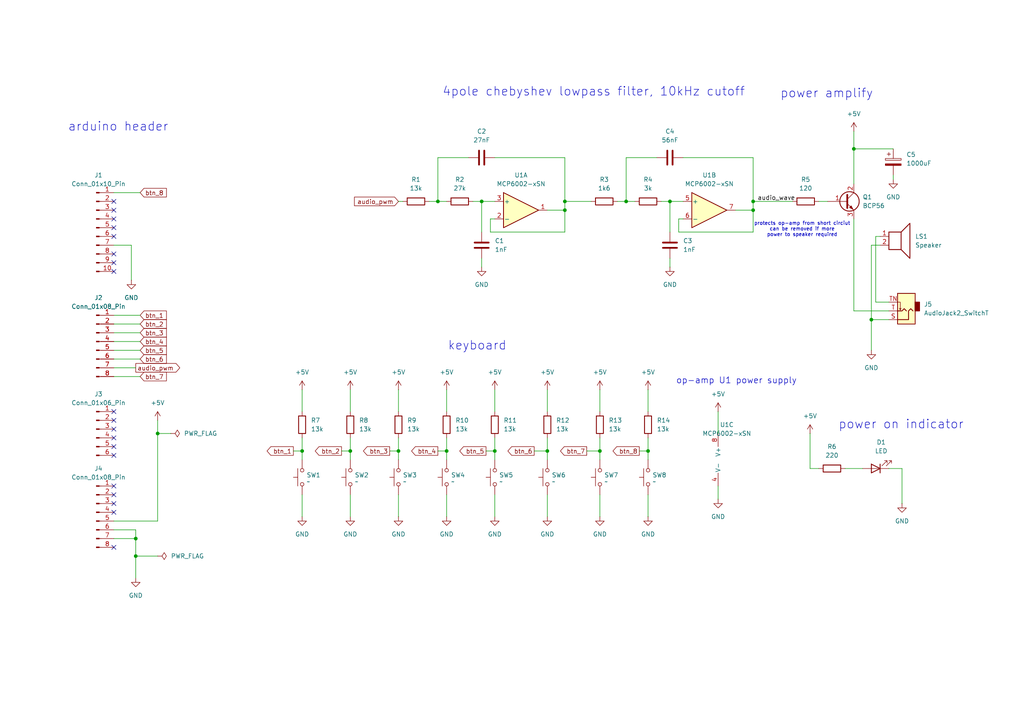
<source format=kicad_sch>
(kicad_sch (version 20231120) (generator "eeschema") (generator_version "8.0")
  (paper "A4")
  (lib_symbols
    (symbol "Amplifier_Operational:MCP6002-xSN" (pin_names (offset 0.127))
      (property "Reference" "U" (at 0 5.08 0))
      (property "Value" "MCP6002-xSN" (at 0 -5.08 0))
      (symbol "MCP6002-xSN_1_1"
        (polyline (pts (xy -5.08 5.08) (xy 5.08 0) (xy -5.08 -5.08) (xy -5.08 5.08)) (stroke (width 0.254)) (fill (type background)))
        (pin output line (at 7.62 0 180) (length 2.54) (name "~") (number "1"))
        (pin input line (at -7.62 -2.54 0) (length 2.54) (name "-") (number "2"))
        (pin input line (at -7.62 2.54 0) (length 2.54) (name "+") (number "3"))
      )
      (symbol "MCP6002-xSN_2_1"
        (polyline (pts (xy -5.08 5.08) (xy 5.08 0) (xy -5.08 -5.08) (xy -5.08 5.08)) (stroke (width 0.254)) (fill (type background)))
        (pin input line (at -7.62 2.54 0) (length 2.54) (name "+") (number "5"))
        (pin input line (at -7.62 -2.54 0) (length 2.54) (name "-") (number "6"))
        (pin output line (at 7.62 0 180) (length 2.54) (name "~") (number "7"))
      )
      (symbol "MCP6002-xSN_3_1"
        (pin power_in line (at -2.54 -7.62 90) (length 3.81) (name "V-") (number "4"))
        (pin power_in line (at -2.54 7.62 270) (length 3.81) (name "V+") (number "8"))
      )
    )
    (symbol "Connector:Conn_01x06_Pin" (pin_names (offset 1.016) hide)
      (property "Reference" "J" (at 0 7.62 0))
      (property "Value" "Conn_01x06_Pin" (at 0 -10.16 0))
      (symbol "Conn_01x06_Pin_1_1"
        (polyline (pts (xy 1.27 -7.62) (xy 0.8636 -7.62)) (stroke (width 0.1524)))
        (polyline (pts (xy 1.27 -5.08) (xy 0.8636 -5.08)) (stroke (width 0.1524)))
        (polyline (pts (xy 1.27 -2.54) (xy 0.8636 -2.54)) (stroke (width 0.1524)))
        (polyline (pts (xy 1.27 0) (xy 0.8636 0)) (stroke (width 0.1524)))
        (polyline (pts (xy 1.27 2.54) (xy 0.8636 2.54)) (stroke (width 0.1524)))
        (polyline (pts (xy 1.27 5.08) (xy 0.8636 5.08)) (stroke (width 0.1524)))
        (rectangle (start 0.8636 -7.493) (end 0 -7.747) (stroke (width 0.1524)) (fill (type outline)))
        (rectangle (start 0.8636 -4.953) (end 0 -5.207) (stroke (width 0.1524)) (fill (type outline)))
        (rectangle (start 0.8636 -2.413) (end 0 -2.667) (stroke (width 0.1524)) (fill (type outline)))
        (rectangle (start 0.8636 0.127) (end 0 -0.127) (stroke (width 0.1524)) (fill (type outline)))
        (rectangle (start 0.8636 2.667) (end 0 2.413) (stroke (width 0.1524)) (fill (type outline)))
        (rectangle (start 0.8636 5.207) (end 0 4.953) (stroke (width 0.1524)) (fill (type outline)))
        (pin passive line (at 5.08 5.08 180) (length 3.81) (name "Pin_1") (number "1"))
        (pin passive line (at 5.08 2.54 180) (length 3.81) (name "Pin_2") (number "2"))
        (pin passive line (at 5.08 0 180) (length 3.81) (name "Pin_3") (number "3"))
        (pin passive line (at 5.08 -2.54 180) (length 3.81) (name "Pin_4") (number "4"))
        (pin passive line (at 5.08 -5.08 180) (length 3.81) (name "Pin_5") (number "5"))
        (pin passive line (at 5.08 -7.62 180) (length 3.81) (name "Pin_6") (number "6"))
      )
    )
    (symbol "Connector:Conn_01x08_Pin" (pin_names (offset 1.016) hide)
      (property "Reference" "J" (at 0 10.16 0))
      (property "Value" "Conn_01x08_Pin" (at 0 -12.7 0))
      (symbol "Conn_01x08_Pin_1_1"
        (polyline (pts (xy 1.27 -10.16) (xy 0.8636 -10.16)) (stroke (width 0.1524)))
        (polyline (pts (xy 1.27 -7.62) (xy 0.8636 -7.62)) (stroke (width 0.1524)))
        (polyline (pts (xy 1.27 -5.08) (xy 0.8636 -5.08)) (stroke (width 0.1524)))
        (polyline (pts (xy 1.27 -2.54) (xy 0.8636 -2.54)) (stroke (width 0.1524)))
        (polyline (pts (xy 1.27 0) (xy 0.8636 0)) (stroke (width 0.1524)))
        (polyline (pts (xy 1.27 2.54) (xy 0.8636 2.54)) (stroke (width 0.1524)))
        (polyline (pts (xy 1.27 5.08) (xy 0.8636 5.08)) (stroke (width 0.1524)))
        (polyline (pts (xy 1.27 7.62) (xy 0.8636 7.62)) (stroke (width 0.1524)))
        (rectangle (start 0.8636 -10.033) (end 0 -10.287) (stroke (width 0.1524)) (fill (type outline)))
        (rectangle (start 0.8636 -7.493) (end 0 -7.747) (stroke (width 0.1524)) (fill (type outline)))
        (rectangle (start 0.8636 -4.953) (end 0 -5.207) (stroke (width 0.1524)) (fill (type outline)))
        (rectangle (start 0.8636 -2.413) (end 0 -2.667) (stroke (width 0.1524)) (fill (type outline)))
        (rectangle (start 0.8636 0.127) (end 0 -0.127) (stroke (width 0.1524)) (fill (type outline)))
        (rectangle (start 0.8636 2.667) (end 0 2.413) (stroke (width 0.1524)) (fill (type outline)))
        (rectangle (start 0.8636 5.207) (end 0 4.953) (stroke (width 0.1524)) (fill (type outline)))
        (rectangle (start 0.8636 7.747) (end 0 7.493) (stroke (width 0.1524)) (fill (type outline)))
        (pin passive line (at 5.08 7.62 180) (length 3.81) (name "Pin_1") (number "1"))
        (pin passive line (at 5.08 5.08 180) (length 3.81) (name "Pin_2") (number "2"))
        (pin passive line (at 5.08 2.54 180) (length 3.81) (name "Pin_3") (number "3"))
        (pin passive line (at 5.08 0 180) (length 3.81) (name "Pin_4") (number "4"))
        (pin passive line (at 5.08 -2.54 180) (length 3.81) (name "Pin_5") (number "5"))
        (pin passive line (at 5.08 -5.08 180) (length 3.81) (name "Pin_6") (number "6"))
        (pin passive line (at 5.08 -7.62 180) (length 3.81) (name "Pin_7") (number "7"))
        (pin passive line (at 5.08 -10.16 180) (length 3.81) (name "Pin_8") (number "8"))
      )
    )
    (symbol "Connector:Conn_01x10_Pin" (pin_names (offset 1.016) hide)
      (property "Reference" "J" (at 0 12.7 0))
      (property "Value" "Conn_01x10_Pin" (at 0 -15.24 0))
      (symbol "Conn_01x10_Pin_1_1"
        (polyline (pts (xy 1.27 -12.7) (xy 0.8636 -12.7)) (stroke (width 0.1524)))
        (polyline (pts (xy 1.27 -10.16) (xy 0.8636 -10.16)) (stroke (width 0.1524)))
        (polyline (pts (xy 1.27 -7.62) (xy 0.8636 -7.62)) (stroke (width 0.1524)))
        (polyline (pts (xy 1.27 -5.08) (xy 0.8636 -5.08)) (stroke (width 0.1524)))
        (polyline (pts (xy 1.27 -2.54) (xy 0.8636 -2.54)) (stroke (width 0.1524)))
        (polyline (pts (xy 1.27 0) (xy 0.8636 0)) (stroke (width 0.1524)))
        (polyline (pts (xy 1.27 2.54) (xy 0.8636 2.54)) (stroke (width 0.1524)))
        (polyline (pts (xy 1.27 5.08) (xy 0.8636 5.08)) (stroke (width 0.1524)))
        (polyline (pts (xy 1.27 7.62) (xy 0.8636 7.62)) (stroke (width 0.1524)))
        (polyline (pts (xy 1.27 10.16) (xy 0.8636 10.16)) (stroke (width 0.1524)))
        (rectangle (start 0.8636 -12.573) (end 0 -12.827) (stroke (width 0.1524)) (fill (type outline)))
        (rectangle (start 0.8636 -10.033) (end 0 -10.287) (stroke (width 0.1524)) (fill (type outline)))
        (rectangle (start 0.8636 -7.493) (end 0 -7.747) (stroke (width 0.1524)) (fill (type outline)))
        (rectangle (start 0.8636 -4.953) (end 0 -5.207) (stroke (width 0.1524)) (fill (type outline)))
        (rectangle (start 0.8636 -2.413) (end 0 -2.667) (stroke (width 0.1524)) (fill (type outline)))
        (rectangle (start 0.8636 0.127) (end 0 -0.127) (stroke (width 0.1524)) (fill (type outline)))
        (rectangle (start 0.8636 2.667) (end 0 2.413) (stroke (width 0.1524)) (fill (type outline)))
        (rectangle (start 0.8636 5.207) (end 0 4.953) (stroke (width 0.1524)) (fill (type outline)))
        (rectangle (start 0.8636 7.747) (end 0 7.493) (stroke (width 0.1524)) (fill (type outline)))
        (rectangle (start 0.8636 10.287) (end 0 10.033) (stroke (width 0.1524)) (fill (type outline)))
        (pin passive line (at 5.08 10.16 180) (length 3.81) (name "Pin_1") (number "1"))
        (pin passive line (at 5.08 -12.7 180) (length 3.81) (name "Pin_10") (number "10"))
        (pin passive line (at 5.08 7.62 180) (length 3.81) (name "Pin_2") (number "2"))
        (pin passive line (at 5.08 5.08 180) (length 3.81) (name "Pin_3") (number "3"))
        (pin passive line (at 5.08 2.54 180) (length 3.81) (name "Pin_4") (number "4"))
        (pin passive line (at 5.08 0 180) (length 3.81) (name "Pin_5") (number "5"))
        (pin passive line (at 5.08 -2.54 180) (length 3.81) (name "Pin_6") (number "6"))
        (pin passive line (at 5.08 -5.08 180) (length 3.81) (name "Pin_7") (number "7"))
        (pin passive line (at 5.08 -7.62 180) (length 3.81) (name "Pin_8") (number "8"))
        (pin passive line (at 5.08 -10.16 180) (length 3.81) (name "Pin_9") (number "9"))
      )
    )
    (symbol "Connector_Audio:AudioJack2_SwitchT"
      (property "Reference" "J" (at 0 8.89 0))
      (property "Value" "AudioJack2_SwitchT" (at 0 6.35 0))
      (symbol "AudioJack2_SwitchT_0_1"
        (rectangle (start -2.54 0) (end -3.81 -2.54) (stroke (width 0.254)) (fill (type outline)))
        (polyline (pts (xy 1.778 -0.254) (xy 2.032 -0.762)))
        (polyline (pts (xy 0 0) (xy 0.635 -0.635) (xy 1.27 0) (xy 2.54 0)) (stroke (width 0.254)))
        (polyline (pts (xy 2.54 -2.54) (xy 1.778 -2.54) (xy 1.778 -0.254) (xy 1.524 -0.762)))
        (polyline (pts (xy 2.54 2.54) (xy -0.635 2.54) (xy -0.635 0) (xy -1.27 -0.635) (xy -1.905 0)) (stroke (width 0.254)))
        (rectangle (start 2.54 3.81) (end -2.54 -5.08) (stroke (width 0.254)) (fill (type background)))
      )
      (symbol "AudioJack2_SwitchT_1_1"
        (pin passive line (at 5.08 2.54 180) (length 2.54) (name "~") (number "S"))
        (pin passive line (at 5.08 0 180) (length 2.54) (name "~") (number "T"))
        (pin passive line (at 5.08 -2.54 180) (length 2.54) (name "~") (number "TN"))
      )
    )
    (symbol "Device:C" (pin_numbers hide) (pin_names (offset 0.254))
      (property "Reference" "C" (at 0.635 2.54 0))
      (property "Value" "C" (at 0.635 -2.54 0))
      (symbol "C_0_1"
        (polyline (pts (xy -2.032 -0.762) (xy 2.032 -0.762)) (stroke (width 0.508)))
        (polyline (pts (xy -2.032 0.762) (xy 2.032 0.762)) (stroke (width 0.508)))
      )
      (symbol "C_1_1"
        (pin passive line (at 0 3.81 270) (length 2.794) (name "~") (number "1"))
        (pin passive line (at 0 -3.81 90) (length 2.794) (name "~") (number "2"))
      )
    )
    (symbol "Device:C_Polarized" (pin_numbers hide) (pin_names (offset 0.254))
      (property "Reference" "C" (at 0.635 2.54 0))
      (property "Value" "C_Polarized" (at 0.635 -2.54 0))
      (symbol "C_Polarized_0_1"
        (rectangle (start -2.286 0.508) (end 2.286 1.016))
        (polyline (pts (xy -1.778 2.286) (xy -0.762 2.286)))
        (polyline (pts (xy -1.27 2.794) (xy -1.27 1.778)))
        (rectangle (start 2.286 -0.508) (end -2.286 -1.016) (fill (type outline)))
      )
      (symbol "C_Polarized_1_1"
        (pin passive line (at 0 3.81 270) (length 2.794) (name "~") (number "1"))
        (pin passive line (at 0 -3.81 90) (length 2.794) (name "~") (number "2"))
      )
    )
    (symbol "Device:LED" (pin_numbers hide) (pin_names (offset 1.016) hide)
      (property "Reference" "D" (at 0 2.54 0))
      (property "Value" "LED" (at 0 -2.54 0))
      (symbol "LED_0_1"
        (polyline (pts (xy -1.27 -1.27) (xy -1.27 1.27)) (stroke (width 0.254)))
        (polyline (pts (xy -1.27 0) (xy 1.27 0)))
        (polyline (pts (xy 1.27 -1.27) (xy 1.27 1.27) (xy -1.27 0) (xy 1.27 -1.27)) (stroke (width 0.254)))
        (polyline (pts (xy -3.048 -0.762) (xy -4.572 -2.286) (xy -3.81 -2.286) (xy -4.572 -2.286) (xy -4.572 -1.524)))
        (polyline (pts (xy -1.778 -0.762) (xy -3.302 -2.286) (xy -2.54 -2.286) (xy -3.302 -2.286) (xy -3.302 -1.524)))
      )
      (symbol "LED_1_1"
        (pin passive line (at -3.81 0 0) (length 2.54) (name "K") (number "1"))
        (pin passive line (at 3.81 0 180) (length 2.54) (name "A") (number "2"))
      )
    )
    (symbol "Device:R" (pin_numbers hide) (pin_names (offset 0))
      (property "Reference" "R" (at 2.032 0 90))
      (property "Value" "R" (at 0 0 90))
      (symbol "R_0_1"
        (rectangle (start -1.016 -2.54) (end 1.016 2.54) (stroke (width 0.254)))
      )
      (symbol "R_1_1"
        (pin passive line (at 0 3.81 270) (length 1.27) (name "~") (number "1"))
        (pin passive line (at 0 -3.81 90) (length 1.27) (name "~") (number "2"))
      )
    )
    (symbol "Device:Speaker" (pin_names (offset 0) hide)
      (property "Reference" "LS" (at 1.27 5.715 0))
      (property "Value" "Speaker" (at 1.27 3.81 0))
      (symbol "Speaker_0_0"
        (rectangle (start -2.54 1.27) (end 1.016 -3.81) (stroke (width 0.254)))
        (polyline (pts (xy 1.016 1.27) (xy 3.556 3.81) (xy 3.556 -6.35) (xy 1.016 -3.81)) (stroke (width 0.254)))
      )
      (symbol "Speaker_1_1"
        (pin input line (at -5.08 0 0) (length 2.54) (name "1") (number "1"))
        (pin input line (at -5.08 -2.54 0) (length 2.54) (name "2") (number "2"))
      )
    )
    (symbol "Transistor_BJT:BCP56" (pin_names (offset 0) hide)
      (property "Reference" "Q" (at 5.08 1.905 0))
      (property "Value" "BCP56" (at 5.08 0 0))
      (symbol "BCP56_0_1"
        (polyline (pts (xy 0.635 0.635) (xy 2.54 2.54)))
        (polyline (pts (xy 0.635 -0.635) (xy 2.54 -2.54) (xy 2.54 -2.54)))
        (polyline (pts (xy 0.635 1.905) (xy 0.635 -1.905) (xy 0.635 -1.905)) (stroke (width 0.508)))
        (polyline (pts (xy 1.27 -1.778) (xy 1.778 -1.27) (xy 2.286 -2.286) (xy 1.27 -1.778) (xy 1.27 -1.778)) (fill (type outline)))
        (circle (center 1.27 0) (radius 2.8194) (stroke (width 0.254)))
      )
      (symbol "BCP56_1_1"
        (pin input line (at -5.08 0 0) (length 5.715) (name "B") (number "1"))
        (pin passive line (at 2.54 5.08 270) (length 2.54) (name "C") (number "2"))
        (pin passive line (at 2.54 -5.08 90) (length 2.54) (name "E") (number "3"))
        (pin passive line (at 2.54 5.08 270) (length 2.54) hide (name "C") (number "4"))
      )
    )
    (symbol "kurspcb:switch" (pin_numbers hide) (pin_names hide) (exclude_from_sim yes) (in_bom no) (on_board no)
      (property "Reference" "SW" (at 2.286 0.508 0))
      (symbol "switch_0_1"
        (polyline (pts (xy 0 -2.54) (xy 5.08 -2.54)))
        (polyline (pts (xy 2.54 -2.54) (xy 2.54 -1.27)))
        (circle (center 0.508 -3.81) (radius 0.508))
        (circle (center 4.572 -3.81) (radius 0.508))
      )
      (symbol "switch_1_1"
        (pin passive line (at -2.54 -3.81 0) (length 2.54) (name "A") (number "1"))
        (pin passive line (at 7.62 -3.81 180) (length 2.54) (name "B") (number "2"))
      )
    )
    (symbol "power:+5V" (power) (pin_numbers hide) (pin_names (offset 0) hide)
      (property "Value" "+5V" (at 0 3.556 0))
      (symbol "+5V_0_1"
        (polyline (pts (xy -0.762 1.27) (xy 0 2.54)))
        (polyline (pts (xy 0 0) (xy 0 2.54)))
        (polyline (pts (xy 0 2.54) (xy 0.762 1.27)))
      )
      (symbol "+5V_1_1"
        (pin power_in line (at 0 0 90) (length 0) (name "~") (number "1"))
      )
    )
    (symbol "power:GND" (power) (pin_numbers hide) (pin_names (offset 0) hide)
      (property "Value" "GND" (at 0 -3.81 0))
      (symbol "GND_0_1"
        (polyline (pts (xy 0 0) (xy 0 -1.27) (xy 1.27 -1.27) (xy 0 -2.54) (xy -1.27 -1.27) (xy 0 -1.27)))
      )
      (symbol "GND_1_1"
        (pin power_in line (at 0 0 270) (length 0) (name "~") (number "1"))
      )
    )
    (symbol "power:PWR_FLAG" (power) (pin_numbers hide) (pin_names (offset 0) hide)
      (property "Value" "PWR_FLAG" (at 0 3.81 0))
      (symbol "PWR_FLAG_0_0"
        (pin power_out line (at 0 0 90) (length 0) (name "~") (number "1"))
      )
      (symbol "PWR_FLAG_0_1"
        (polyline (pts (xy 0 0) (xy 0 1.27) (xy -1.016 1.905) (xy 0 2.54) (xy 1.016 1.905) (xy 0 1.27)))
      )
    )
  )
  (junction (at 39.37 161.29))
  (junction (at 187.96 130.81))
  (junction (at 218.44 60.96))
  (junction (at 163.83 58.42))
  (junction (at 143.51 130.81))
  (junction (at 39.37 156.21))
  (junction (at 218.44 58.42))
  (junction (at 129.54 130.81))
  (junction (at 115.57 130.81))
  (junction (at 163.83 60.96))
  (junction (at 127 58.42))
  (junction (at 247.65 43.18))
  (junction (at 158.75 130.81))
  (junction (at 181.61 58.42))
  (junction (at 252.73 92.71))
  (junction (at 194.31 58.42))
  (junction (at 173.99 130.81))
  (junction (at 139.7 58.42))
  (junction (at 87.63 130.81))
  (junction (at 45.72 125.73))
  (junction (at 101.6 130.81))
  (no_connect (at 33.02 132.08))
  (no_connect (at 33.02 63.5))
  (no_connect (at 33.02 60.96))
  (no_connect (at 33.02 143.51))
  (no_connect (at 33.02 158.75))
  (no_connect (at 33.02 148.59))
  (no_connect (at 33.02 146.05))
  (no_connect (at 33.02 124.46))
  (no_connect (at 33.02 78.74))
  (no_connect (at 33.02 127))
  (no_connect (at 33.02 58.42))
  (no_connect (at 33.02 66.04))
  (no_connect (at 33.02 119.38))
  (no_connect (at 33.02 121.92))
  (no_connect (at 33.02 68.58))
  (no_connect (at 33.02 73.66))
  (no_connect (at 33.02 76.2))
  (no_connect (at 33.02 140.97))
  (no_connect (at 33.02 129.54))
  (wire (pts (xy 173.99 143.51) (xy 173.99 149.86)))
  (wire (pts (xy 247.65 63.5) (xy 247.65 90.17)))
  (wire (pts (xy 218.44 60.96) (xy 218.44 67.31)))
  (wire (pts (xy 87.63 127) (xy 87.63 130.81)))
  (wire (pts (xy 218.44 58.42) (xy 229.87 58.42)))
  (wire (pts (xy 39.37 156.21) (xy 39.37 161.29)))
  (wire (pts (xy 173.99 130.81) (xy 173.99 133.35)))
  (wire (pts (xy 218.44 60.96) (xy 213.36 60.96)))
  (wire (pts (xy 143.51 113.03) (xy 143.51 119.38)))
  (wire (pts (xy 181.61 58.42) (xy 184.15 58.42)))
  (wire (pts (xy 185.42 130.81) (xy 187.96 130.81)))
  (wire (pts (xy 33.02 91.44) (xy 40.64 91.44)))
  (wire (pts (xy 33.02 101.6) (xy 40.64 101.6)))
  (wire (pts (xy 218.44 45.72) (xy 218.44 58.42)))
  (wire (pts (xy 129.54 130.81) (xy 129.54 133.35)))
  (wire (pts (xy 187.96 127) (xy 187.96 130.81)))
  (wire (pts (xy 101.6 127) (xy 101.6 130.81)))
  (wire (pts (xy 115.57 143.51) (xy 115.57 149.86)))
  (wire (pts (xy 142.24 67.31) (xy 163.83 67.31)))
  (wire (pts (xy 33.02 96.52) (xy 40.64 96.52)))
  (wire (pts (xy 158.75 127) (xy 158.75 130.81)))
  (wire (pts (xy 247.65 38.1) (xy 247.65 43.18)))
  (wire (pts (xy 247.65 43.18) (xy 259.08 43.18)))
  (wire (pts (xy 196.85 67.31) (xy 218.44 67.31)))
  (wire (pts (xy 115.57 127) (xy 115.57 130.81)))
  (wire (pts (xy 208.28 119.38) (xy 208.28 125.73)))
  (wire (pts (xy 33.02 106.68) (xy 39.37 106.68)))
  (wire (pts (xy 158.75 130.81) (xy 158.75 133.35)))
  (wire (pts (xy 129.54 127) (xy 129.54 130.81)))
  (wire (pts (xy 257.81 87.63) (xy 254 87.63)))
  (wire (pts (xy 158.75 143.51) (xy 158.75 149.86)))
  (wire (pts (xy 245.11 135.89) (xy 250.19 135.89)))
  (wire (pts (xy 33.02 71.12) (xy 38.1 71.12)))
  (wire (pts (xy 163.83 45.72) (xy 163.83 58.42)))
  (wire (pts (xy 257.81 90.17) (xy 247.65 90.17)))
  (wire (pts (xy 173.99 127) (xy 173.99 130.81)))
  (wire (pts (xy 143.51 45.72) (xy 163.83 45.72)))
  (wire (pts (xy 139.7 58.42) (xy 143.51 58.42)))
  (wire (pts (xy 45.72 121.92) (xy 45.72 125.73)))
  (wire (pts (xy 252.73 92.71) (xy 252.73 101.6)))
  (wire (pts (xy 252.73 71.12) (xy 252.73 92.71)))
  (wire (pts (xy 143.51 143.51) (xy 143.51 149.86)))
  (wire (pts (xy 39.37 161.29) (xy 39.37 167.64)))
  (wire (pts (xy 45.72 125.73) (xy 49.53 125.73)))
  (wire (pts (xy 87.63 143.51) (xy 87.63 149.86)))
  (wire (pts (xy 198.12 45.72) (xy 218.44 45.72)))
  (wire (pts (xy 154.94 130.81) (xy 158.75 130.81)))
  (wire (pts (xy 87.63 113.03) (xy 87.63 119.38)))
  (wire (pts (xy 259.08 50.8) (xy 259.08 52.07)))
  (wire (pts (xy 194.31 58.42) (xy 198.12 58.42)))
  (wire (pts (xy 33.02 104.14) (xy 40.64 104.14)))
  (wire (pts (xy 33.02 151.13) (xy 45.72 151.13)))
  (wire (pts (xy 129.54 143.51) (xy 129.54 149.86)))
  (wire (pts (xy 170.18 130.81) (xy 173.99 130.81)))
  (wire (pts (xy 190.5 45.72) (xy 181.61 45.72)))
  (wire (pts (xy 163.83 58.42) (xy 171.45 58.42)))
  (wire (pts (xy 101.6 113.03) (xy 101.6 119.38)))
  (wire (pts (xy 140.97 130.81) (xy 143.51 130.81)))
  (wire (pts (xy 45.72 125.73) (xy 45.72 151.13)))
  (wire (pts (xy 87.63 130.81) (xy 87.63 133.35)))
  (wire (pts (xy 33.02 156.21) (xy 39.37 156.21)))
  (wire (pts (xy 240.03 58.42) (xy 237.49 58.42)))
  (wire (pts (xy 158.75 113.03) (xy 158.75 119.38)))
  (wire (pts (xy 115.57 113.03) (xy 115.57 119.38)))
  (wire (pts (xy 257.81 135.89) (xy 261.62 135.89)))
  (wire (pts (xy 115.57 130.81) (xy 115.57 133.35)))
  (wire (pts (xy 254 87.63) (xy 254 68.58)))
  (wire (pts (xy 254 68.58) (xy 255.27 68.58)))
  (wire (pts (xy 198.12 63.5) (xy 196.85 63.5)))
  (wire (pts (xy 115.57 58.42) (xy 116.84 58.42)))
  (wire (pts (xy 218.44 58.42) (xy 218.44 60.96)))
  (wire (pts (xy 194.31 58.42) (xy 194.31 67.31)))
  (wire (pts (xy 187.96 130.81) (xy 187.96 133.35)))
  (wire (pts (xy 163.83 58.42) (xy 163.83 60.96)))
  (wire (pts (xy 143.51 127) (xy 143.51 130.81)))
  (wire (pts (xy 127 130.81) (xy 129.54 130.81)))
  (wire (pts (xy 85.09 130.81) (xy 87.63 130.81)))
  (wire (pts (xy 196.85 63.5) (xy 196.85 67.31)))
  (wire (pts (xy 33.02 109.22) (xy 40.64 109.22)))
  (wire (pts (xy 179.07 58.42) (xy 181.61 58.42)))
  (wire (pts (xy 247.65 43.18) (xy 247.65 53.34)))
  (wire (pts (xy 143.51 130.81) (xy 143.51 133.35)))
  (wire (pts (xy 127 58.42) (xy 129.54 58.42)))
  (wire (pts (xy 33.02 153.67) (xy 39.37 153.67)))
  (wire (pts (xy 252.73 92.71) (xy 257.81 92.71)))
  (wire (pts (xy 135.89 45.72) (xy 127 45.72)))
  (wire (pts (xy 139.7 74.93) (xy 139.7 77.47)))
  (wire (pts (xy 142.24 63.5) (xy 142.24 67.31)))
  (wire (pts (xy 234.95 125.73) (xy 234.95 135.89)))
  (wire (pts (xy 191.77 58.42) (xy 194.31 58.42)))
  (wire (pts (xy 99.06 130.81) (xy 101.6 130.81)))
  (wire (pts (xy 173.99 113.03) (xy 173.99 119.38)))
  (wire (pts (xy 255.27 71.12) (xy 252.73 71.12)))
  (wire (pts (xy 181.61 45.72) (xy 181.61 58.42)))
  (wire (pts (xy 101.6 130.81) (xy 101.6 133.35)))
  (wire (pts (xy 139.7 58.42) (xy 139.7 67.31)))
  (wire (pts (xy 101.6 143.51) (xy 101.6 149.86)))
  (wire (pts (xy 208.28 140.97) (xy 208.28 144.78)))
  (wire (pts (xy 163.83 60.96) (xy 158.75 60.96)))
  (wire (pts (xy 194.31 74.93) (xy 194.31 77.47)))
  (wire (pts (xy 234.95 135.89) (xy 237.49 135.89)))
  (wire (pts (xy 163.83 60.96) (xy 163.83 67.31)))
  (wire (pts (xy 187.96 143.51) (xy 187.96 149.86)))
  (wire (pts (xy 143.51 63.5) (xy 142.24 63.5)))
  (wire (pts (xy 39.37 153.67) (xy 39.37 156.21)))
  (wire (pts (xy 261.62 135.89) (xy 261.62 146.05)))
  (wire (pts (xy 187.96 113.03) (xy 187.96 119.38)))
  (wire (pts (xy 137.16 58.42) (xy 139.7 58.42)))
  (wire (pts (xy 33.02 99.06) (xy 40.64 99.06)))
  (wire (pts (xy 39.37 161.29) (xy 45.72 161.29)))
  (wire (pts (xy 129.54 113.03) (xy 129.54 119.38)))
  (wire (pts (xy 127 45.72) (xy 127 58.42)))
  (wire (pts (xy 113.03 130.81) (xy 115.57 130.81)))
  (wire (pts (xy 33.02 93.98) (xy 40.64 93.98)))
  (wire (pts (xy 38.1 71.12) (xy 38.1 81.28)))
  (wire (pts (xy 124.46 58.42) (xy 127 58.42)))
  (wire (pts (xy 33.02 55.88) (xy 40.64 55.88)))
  (text "power on indicator" (at 261.366 123.19 0) (effects (font (size 2.54 2.54))))
  (text "4pole chebyshev lowpass filter, 10kHz cutoff" (at 172.212 26.67 0) (effects (font (size 2.54 2.54))))
  (text "keyboard" (at 138.43 100.33 0) (effects (font (size 2.54 2.54))))
  (text "protects op-amp from short circiut\ncan be removed if more\npower to speaker required" (at 232.664 66.548 0) (effects (font (size 1.016 1.016))))
  (text "power amplify" (at 239.776 27.178 0) (effects (font (size 2.54 2.54))))
  (text "arduino header" (at 34.29 36.83 0) (effects (font (size 2.54 2.54))))
  (text "op-amp U1 power supply" (at 213.614 110.49 0) (effects (font (size 1.778 1.778))))
  (label "audio_wave" (at 219.71 58.42 0))
  (global_label "btn_7" (shape input) (at 40.64 109.22 0) (property "Intersheetrefs" "${INTERSHEET_REFS}" (effects (hide yes))))
  (global_label "btn_8" (shape input) (at 40.64 55.88 0) (property "Intersheetrefs" "${INTERSHEET_REFS}" (effects (hide yes))))
  (global_label "btn_8" (shape output) (at 185.42 130.81 180) (property "Intersheetrefs" "${INTERSHEET_REFS}" (effects (hide yes))))
  (global_label "btn_2" (shape output) (at 99.06 130.81 180) (property "Intersheetrefs" "${INTERSHEET_REFS}" (effects (hide yes))))
  (global_label "audio_pwm" (shape output) (at 39.37 106.68 0) (property "Intersheetrefs" "${INTERSHEET_REFS}" (effects (hide yes))))
  (global_label "btn_7" (shape output) (at 170.18 130.81 180) (property "Intersheetrefs" "${INTERSHEET_REFS}" (effects (hide yes))))
  (global_label "audio_pwm" (shape input) (at 115.57 58.42 180) (property "Intersheetrefs" "${INTERSHEET_REFS}" (effects (hide yes))))
  (global_label "btn_5" (shape output) (at 140.97 130.81 180) (property "Intersheetrefs" "${INTERSHEET_REFS}" (effects (hide yes))))
  (global_label "btn_3" (shape output) (at 113.03 130.81 180) (property "Intersheetrefs" "${INTERSHEET_REFS}" (effects (hide yes))))
  (global_label "btn_4" (shape output) (at 127 130.81 180) (property "Intersheetrefs" "${INTERSHEET_REFS}" (effects (hide yes))))
  (global_label "btn_6" (shape input) (at 40.64 104.14 0) (property "Intersheetrefs" "${INTERSHEET_REFS}" (effects (hide yes))))
  (global_label "btn_1" (shape output) (at 85.09 130.81 180) (property "Intersheetrefs" "${INTERSHEET_REFS}" (effects (hide yes))))
  (global_label "btn_6" (shape output) (at 154.94 130.81 180) (property "Intersheetrefs" "${INTERSHEET_REFS}" (effects (hide yes))))
  (global_label "btn_1" (shape input) (at 40.64 91.44 0) (property "Intersheetrefs" "${INTERSHEET_REFS}" (effects (hide yes))))
  (global_label "btn_4" (shape input) (at 40.64 99.06 0) (property "Intersheetrefs" "${INTERSHEET_REFS}" (effects (hide yes))))
  (global_label "btn_3" (shape input) (at 40.64 96.52 0) (property "Intersheetrefs" "${INTERSHEET_REFS}" (effects (hide yes))))
  (global_label "btn_5" (shape input) (at 40.64 101.6 0) (property "Intersheetrefs" "${INTERSHEET_REFS}" (effects (hide yes))))
  (global_label "btn_2" (shape input) (at 40.64 93.98 0) (property "Intersheetrefs" "${INTERSHEET_REFS}" (effects (hide yes))))
  (symbol (lib_id "power:+5V") (at 234.95 125.73 0) (unit 1)
    (property "Reference" "#PWR04" (effects (hide yes)))
    (property "Value" "+5V" (at 234.95 120.65 0))
    (property "Description" "Power symbol creates a global label with name \"+5V\"" (effects (hide yes)))
  )
  (symbol (lib_id "Connector_Audio:AudioJack2_SwitchT") (at 262.89 90.17 180) (unit 1)
    (property "Reference" "J5" (at 267.97 88.2649 0) (effects (justify right)))
    (property "Value" "AudioJack2_SwitchT" (at 267.97 90.8049 0) (effects (justify right)))
    (property "Description" "Audio Jack, 2 Poles (Mono / TS), Switched T Pole (Normalling)" (effects (hide yes)))
  )
  (symbol (lib_id "kurspcb:switch") (at 184.15 140.97 90) (unit 1) (exclude_from_sim yes) (in_bom no) (on_board no)
    (property "Reference" "SW8" (at 189.23 137.7949 90) (effects (justify right)))
    (property "Value" "~" (at 189.23 139.7 90) (effects (justify right)))
  )
  (symbol (lib_id "Device:R") (at 187.96 123.19 0) (unit 1)
    (property "Reference" "R14" (at 190.5 121.9199 0) (effects (justify left)))
    (property "Value" "13k" (at 190.5 124.4599 0) (effects (justify left)))
    (property "Description" "Resistor" (effects (hide yes)))
  )
  (symbol (lib_id "Device:C_Polarized") (at 259.08 46.99 0) (unit 1)
    (property "Reference" "C5" (at 262.89 44.8309 0) (effects (justify left)))
    (property "Value" "1000uF" (at 262.89 47.3709 0) (effects (justify left)))
    (property "Description" "Polarized capacitor" (effects (hide yes)))
  )
  (symbol (lib_id "power:GND") (at 143.51 149.86 0) (unit 1)
    (property "Reference" "#gnd06" (effects (hide yes)))
    (property "Value" "GND" (at 143.51 154.94 0))
    (property "Description" "Power symbol creates a global label with name \"GND\" , ground" (effects (hide yes)))
  )
  (symbol (lib_id "power:GND") (at 115.57 149.86 0) (unit 1)
    (property "Reference" "#gnd04" (effects (hide yes)))
    (property "Value" "GND" (at 115.57 154.94 0))
    (property "Description" "Power symbol creates a global label with name \"GND\" , ground" (effects (hide yes)))
  )
  (symbol (lib_id "Device:R") (at 101.6 123.19 0) (unit 1)
    (property "Reference" "R8" (at 104.14 121.9199 0) (effects (justify left)))
    (property "Value" "13k" (at 104.14 124.4599 0) (effects (justify left)))
    (property "Description" "Resistor" (effects (hide yes)))
  )
  (symbol (lib_id "power:+5V") (at 45.72 121.92 0) (unit 1)
    (property "Reference" "#PWR0102" (effects (hide yes)))
    (property "Value" "+5V" (at 45.72 116.84 0))
    (property "Description" "Power symbol creates a global label with name \"+5V\"" (effects (hide yes)))
  )
  (symbol (lib_id "power:GND") (at 252.73 101.6 0) (unit 1)
    (property "Reference" "#gnd0105" (effects (hide yes)))
    (property "Value" "GND" (at 252.73 106.68 0))
    (property "Description" "Power symbol creates a global label with name \"GND\" , ground" (effects (hide yes)))
  )
  (symbol (lib_id "power:GND") (at 187.96 149.86 0) (unit 1)
    (property "Reference" "#gnd09" (effects (hide yes)))
    (property "Value" "GND" (at 187.96 154.94 0))
    (property "Description" "Power symbol creates a global label with name \"GND\" , ground" (effects (hide yes)))
  )
  (symbol (lib_id "power:GND") (at 261.62 146.05 0) (unit 1)
    (property "Reference" "#PWR0101" (effects (hide yes)))
    (property "Value" "GND" (at 261.62 151.13 0))
    (property "Description" "Power symbol creates a global label with name \"GND\" , ground" (effects (hide yes)))
  )
  (symbol (lib_id "Device:R") (at 233.68 58.42 270) (unit 1)
    (property "Reference" "R5" (at 233.68 52.07 90))
    (property "Value" "120" (at 233.68 54.61 90))
    (property "Description" "Resistor" (effects (hide yes)))
  )
  (symbol (lib_id "power:+5V") (at 247.65 38.1 0) (unit 1)
    (property "Reference" "#PWR03" (effects (hide yes)))
    (property "Value" "+5V" (at 247.65 33.02 0))
    (property "Description" "Power symbol creates a global label with name \"+5V\"" (effects (hide yes)))
  )
  (symbol (lib_id "Connector:Conn_01x08_Pin") (at 27.94 148.59 0) (unit 1)
    (property "Reference" "J4" (at 28.575 135.89 0))
    (property "Value" "Conn_01x08_Pin" (at 28.575 138.43 0))
    (property "Description" "Generic connector, single row, 01x08, script generated" (effects (hide yes)))
  )
  (symbol (lib_id "Connector:Conn_01x06_Pin") (at 27.94 124.46 0) (unit 1)
    (property "Reference" "J3" (at 28.575 114.3 0))
    (property "Value" "Conn_01x06_Pin" (at 28.575 116.84 0))
    (property "Description" "Generic connector, single row, 01x06, script generated" (effects (hide yes)))
  )
  (symbol (lib_id "kurspcb:switch") (at 83.82 140.97 90) (unit 1) (exclude_from_sim yes) (in_bom no) (on_board no)
    (property "Reference" "SW1" (at 88.9 137.7949 90) (effects (justify right)))
    (property "Value" "~" (at 88.9 139.7 90) (effects (justify right)))
  )
  (symbol (lib_id "power:GND") (at 87.63 149.86 0) (unit 1)
    (property "Reference" "#gnd02" (effects (hide yes)))
    (property "Value" "GND" (at 87.63 154.94 0))
    (property "Description" "Power symbol creates a global label with name \"GND\" , ground" (effects (hide yes)))
  )
  (symbol (lib_id "power:PWR_FLAG") (at 45.72 161.29 270) (unit 1)
    (property "Reference" "#FLG02" (effects (hide yes)))
    (property "Value" "PWR_FLAG" (at 49.53 161.2899 90) (effects (justify left)))
    (property "Description" "Special symbol for telling ERC where power comes from" (effects (hide yes)))
  )
  (symbol (lib_id "Device:R") (at 143.51 123.19 0) (unit 1)
    (property "Reference" "R11" (at 146.05 121.9199 0) (effects (justify left)))
    (property "Value" "13k" (at 146.05 124.4599 0) (effects (justify left)))
    (property "Description" "Resistor" (effects (hide yes)))
  )
  (symbol (lib_id "Device:R") (at 187.96 58.42 270) (unit 1)
    (property "Reference" "R4" (at 187.96 52.07 90))
    (property "Value" "3k" (at 187.96 54.61 90))
    (property "Description" "Resistor" (effects (hide yes)))
  )
  (symbol (lib_id "power:GND") (at 158.75 149.86 0) (unit 1)
    (property "Reference" "#gnd07" (effects (hide yes)))
    (property "Value" "GND" (at 158.75 154.94 0))
    (property "Description" "Power symbol creates a global label with name \"GND\" , ground" (effects (hide yes)))
  )
  (symbol (lib_id "Amplifier_Operational:MCP6002-xSN") (at 151.13 60.96 0) (unit 1)
    (property "Reference" "U1" (at 151.13 50.8 0))
    (property "Value" "MCP6002-xSN" (at 151.13 53.34 0))
    (property "Datasheet" "http://ww1.microchip.com/downloads/en/DeviceDoc/21733j.pdf" (effects (hide yes)))
    (property "Description" "1MHz, Low-Power Op Amp, SOIC-8" (effects (hide yes)))
  )
  (symbol (lib_id "Device:LED") (at 254 135.89 180) (unit 1)
    (property "Reference" "D1" (at 255.5875 128.27 0))
    (property "Value" "LED" (at 255.5875 130.81 0))
    (property "Description" "Light emitting diode" (effects (hide yes)))
  )
  (symbol (lib_id "Device:C") (at 139.7 71.12 0) (unit 1)
    (property "Reference" "C1" (at 143.51 69.8499 0) (effects (justify left)))
    (property "Value" "1nF" (at 143.51 72.3899 0) (effects (justify left)))
    (property "Description" "Unpolarized capacitor" (effects (hide yes)))
  )
  (symbol (lib_id "power:+5V") (at 87.63 113.03 0) (unit 1)
    (property "Reference" "#PWR02" (effects (hide yes)))
    (property "Value" "+5V" (at 87.63 107.95 0))
    (property "Description" "Power symbol creates a global label with name \"+5V\"" (effects (hide yes)))
  )
  (symbol (lib_id "Amplifier_Operational:MCP6002-xSN") (at 210.82 133.35 0) (unit 3)
    (property "Reference" "U1" (at 210.82 123.19 0))
    (property "Value" "MCP6002-xSN" (at 210.82 125.73 0))
    (property "Datasheet" "http://ww1.microchip.com/downloads/en/DeviceDoc/21733j.pdf" (effects (hide yes)))
    (property "Description" "1MHz, Low-Power Op Amp, SOIC-8" (effects (hide yes)))
  )
  (symbol (lib_id "Transistor_BJT:BCP56") (at 245.11 58.42 0) (unit 1)
    (property "Reference" "Q1" (at 250.19 57.1499 0) (effects (justify left)))
    (property "Value" "BCP56" (at 250.19 59.6899 0) (effects (justify left)))
    (property "Footprint" "Package_TO_SOT_SMD:SOT-223-3_TabPin2" (effects (hide yes)))
    (property "Datasheet" "https://www.nxp.com/docs/en/data-sheet/BCP56_BCX56_BC56PA.pdf" (effects (hide yes)))
    (property "Description" "1A Ic, 80V Vce, NPN Medium Power Transistor, SOT-223" (effects (hide yes)))
  )
  (symbol (lib_id "power:GND") (at 139.7 77.47 0) (unit 1)
    (property "Reference" "#gnd0101" (effects (hide yes)))
    (property "Value" "GND" (at 139.7 82.55 0))
    (property "Description" "Power symbol creates a global label with name \"GND\" , ground" (effects (hide yes)))
  )
  (symbol (lib_id "power:GND") (at 194.31 77.47 0) (unit 1)
    (property "Reference" "#gnd0104" (effects (hide yes)))
    (property "Value" "GND" (at 194.31 82.55 0))
    (property "Description" "Power symbol creates a global label with name \"GND\" , ground" (effects (hide yes)))
  )
  (symbol (lib_id "power:GND") (at 259.08 52.07 0) (unit 1)
    (property "Reference" "#PWR012" (effects (hide yes)))
    (property "Value" "GND" (at 259.08 57.15 0))
    (property "Description" "Power symbol creates a global label with name \"GND\" , ground" (effects (hide yes)))
  )
  (symbol (lib_id "Device:Speaker") (at 260.35 68.58 0) (unit 1)
    (property "Reference" "LS1" (at 265.43 68.5799 0) (effects (justify left)))
    (property "Value" "Speaker" (at 265.43 71.1199 0) (effects (justify left)))
    (property "Description" "Speaker" (effects (hide yes)))
  )
  (symbol (lib_id "kurspcb:switch") (at 125.73 140.97 90) (unit 1) (exclude_from_sim yes) (in_bom no) (on_board no)
    (property "Reference" "SW4" (at 130.81 137.7949 90) (effects (justify right)))
    (property "Value" "~" (at 130.81 139.7 90) (effects (justify right)))
  )
  (symbol (lib_id "power:GND") (at 101.6 149.86 0) (unit 1)
    (property "Reference" "#gnd03" (effects (hide yes)))
    (property "Value" "GND" (at 101.6 154.94 0))
    (property "Description" "Power symbol creates a global label with name \"GND\" , ground" (effects (hide yes)))
  )
  (symbol (lib_id "kurspcb:switch") (at 170.18 140.97 90) (unit 1) (exclude_from_sim yes) (in_bom no) (on_board no)
    (property "Reference" "SW7" (at 175.26 137.7949 90) (effects (justify right)))
    (property "Value" "~" (at 175.26 139.7 90) (effects (justify right)))
  )
  (symbol (lib_id "Device:C") (at 194.31 45.72 90) (unit 1)
    (property "Reference" "C4" (at 194.31 38.1 90))
    (property "Value" "56nF" (at 194.31 40.64 90))
    (property "Description" "Unpolarized capacitor" (effects (hide yes)))
  )
  (symbol (lib_id "Device:R") (at 158.75 123.19 0) (unit 1)
    (property "Reference" "R12" (at 161.29 121.9199 0) (effects (justify left)))
    (property "Value" "13k" (at 161.29 124.4599 0) (effects (justify left)))
    (property "Description" "Resistor" (effects (hide yes)))
  )
  (symbol (lib_id "Device:R") (at 175.26 58.42 270) (unit 1)
    (property "Reference" "R3" (at 175.26 52.07 90))
    (property "Value" "1k6" (at 175.26 54.61 90))
    (property "Description" "Resistor" (effects (hide yes)))
  )
  (symbol (lib_id "power:GND") (at 38.1 81.28 0) (unit 1)
    (property "Reference" "#gnd0103" (effects (hide yes)))
    (property "Value" "GND" (at 38.1 86.36 0))
    (property "Description" "Power symbol creates a global label with name \"GND\" , ground" (effects (hide yes)))
  )
  (symbol (lib_id "Device:R") (at 129.54 123.19 0) (unit 1)
    (property "Reference" "R10" (at 132.08 121.9199 0) (effects (justify left)))
    (property "Value" "13k" (at 132.08 124.4599 0) (effects (justify left)))
    (property "Description" "Resistor" (effects (hide yes)))
  )
  (symbol (lib_id "Device:R") (at 115.57 123.19 0) (unit 1)
    (property "Reference" "R9" (at 118.11 121.9199 0) (effects (justify left)))
    (property "Value" "13k" (at 118.11 124.4599 0) (effects (justify left)))
    (property "Description" "Resistor" (effects (hide yes)))
  )
  (symbol (lib_id "power:PWR_FLAG") (at 49.53 125.73 270) (unit 1)
    (property "Reference" "#FLG01" (effects (hide yes)))
    (property "Value" "PWR_FLAG" (at 53.34 125.7299 90) (effects (justify left)))
    (property "Description" "Special symbol for telling ERC where power comes from" (effects (hide yes)))
  )
  (symbol (lib_id "power:+5V") (at 129.54 113.03 0) (unit 1)
    (property "Reference" "#PWR07" (effects (hide yes)))
    (property "Value" "+5V" (at 129.54 107.95 0))
    (property "Description" "Power symbol creates a global label with name \"+5V\"" (effects (hide yes)))
  )
  (symbol (lib_id "power:GND") (at 173.99 149.86 0) (unit 1)
    (property "Reference" "#gnd08" (effects (hide yes)))
    (property "Value" "GND" (at 173.99 154.94 0))
    (property "Description" "Power symbol creates a global label with name \"GND\" , ground" (effects (hide yes)))
  )
  (symbol (lib_id "kurspcb:switch") (at 97.79 140.97 90) (unit 1) (exclude_from_sim yes) (in_bom no) (on_board no)
    (property "Reference" "SW2" (at 102.87 137.7949 90) (effects (justify right)))
    (property "Value" "~" (at 102.87 139.7 90) (effects (justify right)))
  )
  (symbol (lib_id "power:+5V") (at 187.96 113.03 0) (unit 1)
    (property "Reference" "#PWR011" (effects (hide yes)))
    (property "Value" "+5V" (at 187.96 107.95 0))
    (property "Description" "Power symbol creates a global label with name \"+5V\"" (effects (hide yes)))
  )
  (symbol (lib_id "kurspcb:switch") (at 111.76 140.97 90) (unit 1) (exclude_from_sim yes) (in_bom no) (on_board no)
    (property "Reference" "SW3" (at 116.84 137.7949 90) (effects (justify right)))
    (property "Value" "~" (at 116.84 139.7 90) (effects (justify right)))
  )
  (symbol (lib_id "power:+5V") (at 115.57 113.03 0) (unit 1)
    (property "Reference" "#PWR06" (effects (hide yes)))
    (property "Value" "+5V" (at 115.57 107.95 0))
    (property "Description" "Power symbol creates a global label with name \"+5V\"" (effects (hide yes)))
  )
  (symbol (lib_id "Device:R") (at 120.65 58.42 270) (unit 1)
    (property "Reference" "R1" (at 120.65 52.07 90))
    (property "Value" "13k" (at 120.65 54.61 90))
    (property "Description" "Resistor" (effects (hide yes)))
  )
  (symbol (lib_id "Device:R") (at 173.99 123.19 0) (unit 1)
    (property "Reference" "R13" (at 176.53 121.9199 0) (effects (justify left)))
    (property "Value" "13k" (at 176.53 124.4599 0) (effects (justify left)))
    (property "Description" "Resistor" (effects (hide yes)))
  )
  (symbol (lib_id "kurspcb:switch") (at 154.94 140.97 90) (unit 1) (exclude_from_sim yes) (in_bom no) (on_board no)
    (property "Reference" "SW6" (at 160.02 137.7949 90) (effects (justify right)))
    (property "Value" "~" (at 160.02 139.7 90) (effects (justify right)))
  )
  (symbol (lib_id "Amplifier_Operational:MCP6002-xSN") (at 205.74 60.96 0) (unit 2)
    (property "Reference" "U1" (at 205.74 50.8 0))
    (property "Value" "MCP6002-xSN" (at 205.74 53.34 0))
    (property "Datasheet" "http://ww1.microchip.com/downloads/en/DeviceDoc/21733j.pdf" (effects (hide yes)))
    (property "Description" "1MHz, Low-Power Op Amp, SOIC-8" (effects (hide yes)))
  )
  (symbol (lib_id "Device:R") (at 87.63 123.19 0) (unit 1)
    (property "Reference" "R7" (at 90.17 121.9199 0) (effects (justify left)))
    (property "Value" "13k" (at 90.17 124.4599 0) (effects (justify left)))
    (property "Description" "Resistor" (effects (hide yes)))
  )
  (symbol (lib_id "power:+5V") (at 143.51 113.03 0) (unit 1)
    (property "Reference" "#PWR08" (effects (hide yes)))
    (property "Value" "+5V" (at 143.51 107.95 0))
    (property "Description" "Power symbol creates a global label with name \"+5V\"" (effects (hide yes)))
  )
  (symbol (lib_id "Device:C") (at 139.7 45.72 90) (unit 1)
    (property "Reference" "C2" (at 139.7 38.1 90))
    (property "Value" "27nF" (at 139.7 40.64 90))
    (property "Description" "Unpolarized capacitor" (effects (hide yes)))
  )
  (symbol (lib_id "power:+5V") (at 101.6 113.03 0) (unit 1)
    (property "Reference" "#PWR05" (effects (hide yes)))
    (property "Value" "+5V" (at 101.6 107.95 0))
    (property "Description" "Power symbol creates a global label with name \"+5V\"" (effects (hide yes)))
  )
  (symbol (lib_id "power:+5V") (at 173.99 113.03 0) (unit 1)
    (property "Reference" "#PWR010" (effects (hide yes)))
    (property "Value" "+5V" (at 173.99 107.95 0))
    (property "Description" "Power symbol creates a global label with name \"+5V\"" (effects (hide yes)))
  )
  (symbol (lib_id "kurspcb:switch") (at 139.7 140.97 90) (unit 1) (exclude_from_sim yes) (in_bom no) (on_board no)
    (property "Reference" "SW5" (at 144.78 137.7949 90) (effects (justify right)))
    (property "Value" "~" (at 144.78 139.7 90) (effects (justify right)))
  )
  (symbol (lib_id "Device:R") (at 241.3 135.89 90) (unit 1)
    (property "Reference" "R6" (at 241.3 129.54 90))
    (property "Value" "220" (at 241.3 132.08 90))
    (property "Description" "Resistor" (effects (hide yes)))
  )
  (symbol (lib_id "power:+5V") (at 158.75 113.03 0) (unit 1)
    (property "Reference" "#PWR09" (effects (hide yes)))
    (property "Value" "+5V" (at 158.75 107.95 0))
    (property "Description" "Power symbol creates a global label with name \"+5V\"" (effects (hide yes)))
  )
  (symbol (lib_id "power:GND") (at 208.28 144.78 0) (unit 1)
    (property "Reference" "#gnd01" (effects (hide yes)))
    (property "Value" "GND" (at 208.28 149.86 0))
    (property "Description" "Power symbol creates a global label with name \"GND\" , ground" (effects (hide yes)))
  )
  (symbol (lib_id "Connector:Conn_01x10_Pin") (at 27.94 66.04 0) (unit 1)
    (property "Reference" "J1" (at 28.575 50.8 0))
    (property "Value" "Conn_01x10_Pin" (at 28.575 53.34 0))
    (property "Description" "Generic connector, single row, 01x10, script generated" (effects (hide yes)))
  )
  (symbol (lib_id "power:GND") (at 39.37 167.64 0) (unit 1)
    (property "Reference" "#gnd0102" (effects (hide yes)))
    (property "Value" "GND" (at 39.37 172.72 0))
    (property "Description" "Power symbol creates a global label with name \"GND\" , ground" (effects (hide yes)))
  )
  (symbol (lib_id "Connector:Conn_01x08_Pin") (at 27.94 99.06 0) (unit 1)
    (property "Reference" "J2" (at 28.575 86.36 0))
    (property "Value" "Conn_01x08_Pin" (at 28.575 88.9 0))
    (property "Description" "Generic connector, single row, 01x08, script generated" (effects (hide yes)))
  )
  (symbol (lib_id "power:GND") (at 129.54 149.86 0) (unit 1)
    (property "Reference" "#gnd05" (effects (hide yes)))
    (property "Value" "GND" (at 129.54 154.94 0))
    (property "Description" "Power symbol creates a global label with name \"GND\" , ground" (effects (hide yes)))
  )
  (symbol (lib_id "Device:C") (at 194.31 71.12 0) (unit 1)
    (property "Reference" "C3" (at 198.12 69.8499 0) (effects (justify left)))
    (property "Value" "1nF" (at 198.12 72.3899 0) (effects (justify left)))
    (property "Description" "Unpolarized capacitor" (effects (hide yes)))
  )
  (symbol (lib_id "power:+5V") (at 208.28 119.38 0) (unit 1)
    (property "Reference" "#PWR01" (effects (hide yes)))
    (property "Value" "+5V" (at 208.28 114.3 0))
    (property "Description" "Power symbol creates a global label with name \"+5V\"" (effects (hide yes)))
  )
  (symbol (lib_id "Device:R") (at 133.35 58.42 270) (unit 1)
    (property "Reference" "R2" (at 133.35 52.07 90))
    (property "Value" "27k" (at 133.35 54.61 90))
    (property "Description" "Resistor" (effects (hide yes)))
  )
)
</source>
